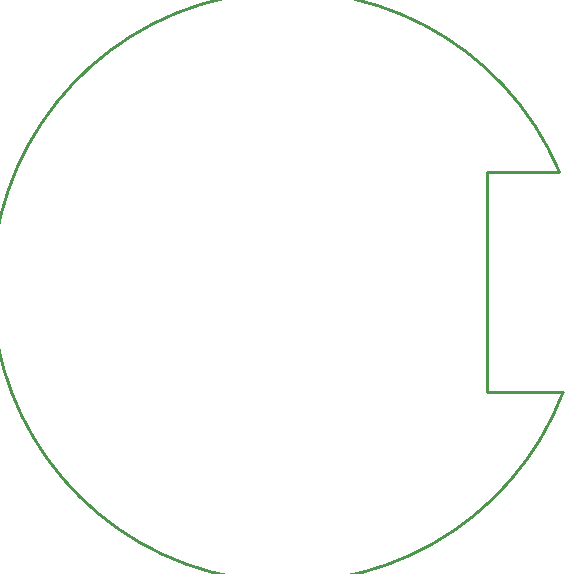
<source format=gko>
G04*
G04 #@! TF.GenerationSoftware,Altium Limited,Altium Designer,21.2.1 (34)*
G04*
G04 Layer_Color=16711935*
%FSTAX24Y24*%
%MOIN*%
G70*
G04*
G04 #@! TF.SameCoordinates,69041C72-035C-4FA9-9E98-1EB6260ED9D6*
G04*
G04*
G04 #@! TF.FilePolarity,Positive*
G04*
G01*
G75*
%ADD14C,0.0100*%
D14*
X019974Y015203D02*
G03*
X0201Y007866I-009069J-003825D01*
G01*
X017559Y007874D02*
X020079D01*
X017559D02*
Y015197D01*
X019961D01*
M02*

</source>
